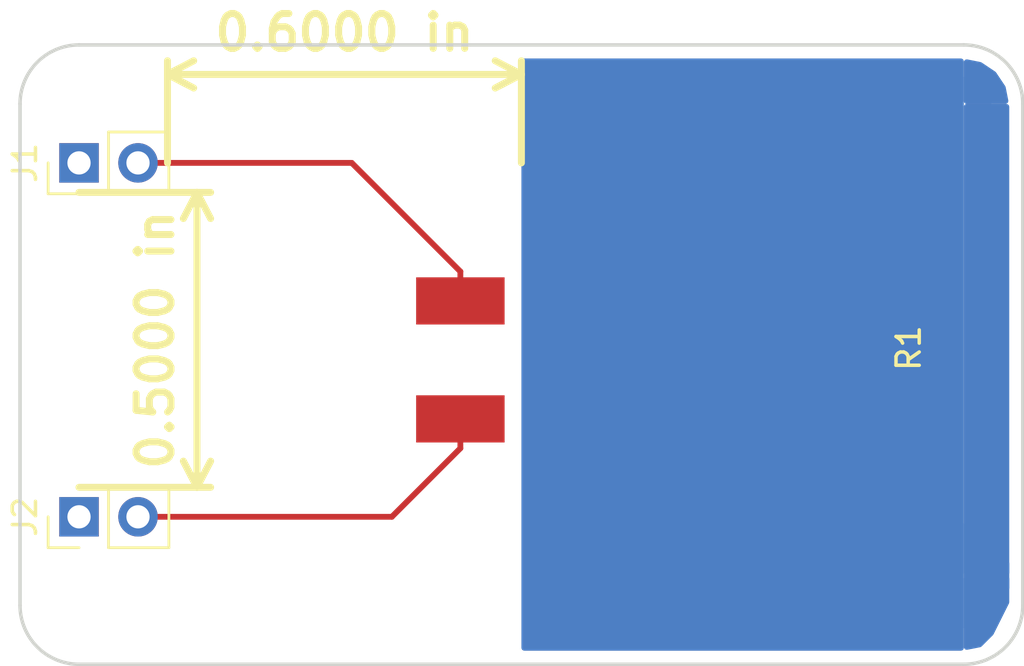
<source format=kicad_pcb>
(kicad_pcb (version 4) (host pcbnew 4.0.7-e2-6376~58~ubuntu16.04.1)

  (general
    (links 4)
    (no_connects 0)
    (area 119.304999 91.364999 162.635001 118.185001)
    (thickness 1.6)
    (drawings 10)
    (tracks 6)
    (zones 0)
    (modules 3)
    (nets 3)
  )

  (page A4)
  (layers
    (0 F.Cu signal)
    (31 B.Cu signal)
    (32 B.Adhes user)
    (33 F.Adhes user)
    (34 B.Paste user)
    (35 F.Paste user)
    (36 B.SilkS user)
    (37 F.SilkS user)
    (38 B.Mask user)
    (39 F.Mask user)
    (40 Dwgs.User user)
    (41 Cmts.User user)
    (42 Eco1.User user)
    (43 Eco2.User user)
    (44 Edge.Cuts user)
    (45 Margin user)
    (46 B.CrtYd user)
    (47 F.CrtYd user)
    (48 B.Fab user)
    (49 F.Fab user)
  )

  (setup
    (last_trace_width 0.25)
    (trace_clearance 0.2)
    (zone_clearance 0.508)
    (zone_45_only no)
    (trace_min 0.2)
    (segment_width 0.2)
    (edge_width 0.15)
    (via_size 0.6)
    (via_drill 0.4)
    (via_min_size 0.4)
    (via_min_drill 0.3)
    (uvia_size 0.3)
    (uvia_drill 0.1)
    (uvias_allowed no)
    (uvia_min_size 0.2)
    (uvia_min_drill 0.1)
    (pcb_text_width 0.3)
    (pcb_text_size 1.5 1.5)
    (mod_edge_width 0.15)
    (mod_text_size 1 1)
    (mod_text_width 0.15)
    (pad_size 1.524 1.524)
    (pad_drill 0.762)
    (pad_to_mask_clearance 0.2)
    (aux_axis_origin 0 0)
    (visible_elements FFFFFF7F)
    (pcbplotparams
      (layerselection 0x00030_80000001)
      (usegerberextensions false)
      (excludeedgelayer true)
      (linewidth 0.100000)
      (plotframeref false)
      (viasonmask false)
      (mode 1)
      (useauxorigin false)
      (hpglpennumber 1)
      (hpglpenspeed 20)
      (hpglpendiameter 15)
      (hpglpenoverlay 2)
      (psnegative false)
      (psa4output false)
      (plotreference true)
      (plotvalue true)
      (plotinvisibletext false)
      (padsonsilk false)
      (subtractmaskfromsilk false)
      (outputformat 1)
      (mirror false)
      (drillshape 1)
      (scaleselection 1)
      (outputdirectory ""))
  )

  (net 0 "")
  (net 1 "Net-(J1-Pad1)")
  (net 2 "Net-(J2-Pad1)")

  (net_class Default "This is the default net class."
    (clearance 0.2)
    (trace_width 0.25)
    (via_dia 0.6)
    (via_drill 0.4)
    (uvia_dia 0.3)
    (uvia_drill 0.1)
    (add_net "Net-(J1-Pad1)")
    (add_net "Net-(J2-Pad1)")
  )

  (module Pin_Headers:Pin_Header_Straight_1x02_Pitch2.54mm (layer F.Cu) (tedit 59650532) (tstamp 5A051D44)
    (at 121.92 96.52 90)
    (descr "Through hole straight pin header, 1x02, 2.54mm pitch, single row")
    (tags "Through hole pin header THT 1x02 2.54mm single row")
    (path /5A051E1A)
    (fp_text reference J1 (at 0 -2.33 90) (layer F.SilkS)
      (effects (font (size 1 1) (thickness 0.15)))
    )
    (fp_text value Conn_01x02 (at 2.54 1.27 360) (layer F.Fab)
      (effects (font (size 1 1) (thickness 0.15)))
    )
    (fp_line (start -0.635 -1.27) (end 1.27 -1.27) (layer F.Fab) (width 0.1))
    (fp_line (start 1.27 -1.27) (end 1.27 3.81) (layer F.Fab) (width 0.1))
    (fp_line (start 1.27 3.81) (end -1.27 3.81) (layer F.Fab) (width 0.1))
    (fp_line (start -1.27 3.81) (end -1.27 -0.635) (layer F.Fab) (width 0.1))
    (fp_line (start -1.27 -0.635) (end -0.635 -1.27) (layer F.Fab) (width 0.1))
    (fp_line (start -1.33 3.87) (end 1.33 3.87) (layer F.SilkS) (width 0.12))
    (fp_line (start -1.33 1.27) (end -1.33 3.87) (layer F.SilkS) (width 0.12))
    (fp_line (start 1.33 1.27) (end 1.33 3.87) (layer F.SilkS) (width 0.12))
    (fp_line (start -1.33 1.27) (end 1.33 1.27) (layer F.SilkS) (width 0.12))
    (fp_line (start -1.33 0) (end -1.33 -1.33) (layer F.SilkS) (width 0.12))
    (fp_line (start -1.33 -1.33) (end 0 -1.33) (layer F.SilkS) (width 0.12))
    (fp_line (start -1.8 -1.8) (end -1.8 4.35) (layer F.CrtYd) (width 0.05))
    (fp_line (start -1.8 4.35) (end 1.8 4.35) (layer F.CrtYd) (width 0.05))
    (fp_line (start 1.8 4.35) (end 1.8 -1.8) (layer F.CrtYd) (width 0.05))
    (fp_line (start 1.8 -1.8) (end -1.8 -1.8) (layer F.CrtYd) (width 0.05))
    (fp_text user %R (at 0 1.27 180) (layer F.Fab)
      (effects (font (size 1 1) (thickness 0.15)))
    )
    (pad 1 thru_hole rect (at 0 0 90) (size 1.7 1.7) (drill 1) (layers *.Cu *.Mask)
      (net 1 "Net-(J1-Pad1)"))
    (pad 2 thru_hole oval (at 0 2.54 90) (size 1.7 1.7) (drill 1) (layers *.Cu *.Mask)
      (net 1 "Net-(J1-Pad1)"))
    (model ${KISYS3DMOD}/Pin_Headers.3dshapes/Pin_Header_Straight_1x02_Pitch2.54mm.wrl
      (at (xyz 0 0 0))
      (scale (xyz 1 1 1))
      (rotate (xyz 0 0 0))
    )
  )

  (module Pin_Headers:Pin_Header_Straight_1x02_Pitch2.54mm (layer F.Cu) (tedit 59650532) (tstamp 5A051D4A)
    (at 121.92 111.76 90)
    (descr "Through hole straight pin header, 1x02, 2.54mm pitch, single row")
    (tags "Through hole pin header THT 1x02 2.54mm single row")
    (path /5A051E66)
    (fp_text reference J2 (at 0 -2.33 90) (layer F.SilkS)
      (effects (font (size 1 1) (thickness 0.15)))
    )
    (fp_text value Conn_01x02 (at -2.54 1.27 360) (layer F.Fab)
      (effects (font (size 1 1) (thickness 0.15)))
    )
    (fp_line (start -0.635 -1.27) (end 1.27 -1.27) (layer F.Fab) (width 0.1))
    (fp_line (start 1.27 -1.27) (end 1.27 3.81) (layer F.Fab) (width 0.1))
    (fp_line (start 1.27 3.81) (end -1.27 3.81) (layer F.Fab) (width 0.1))
    (fp_line (start -1.27 3.81) (end -1.27 -0.635) (layer F.Fab) (width 0.1))
    (fp_line (start -1.27 -0.635) (end -0.635 -1.27) (layer F.Fab) (width 0.1))
    (fp_line (start -1.33 3.87) (end 1.33 3.87) (layer F.SilkS) (width 0.12))
    (fp_line (start -1.33 1.27) (end -1.33 3.87) (layer F.SilkS) (width 0.12))
    (fp_line (start 1.33 1.27) (end 1.33 3.87) (layer F.SilkS) (width 0.12))
    (fp_line (start -1.33 1.27) (end 1.33 1.27) (layer F.SilkS) (width 0.12))
    (fp_line (start -1.33 0) (end -1.33 -1.33) (layer F.SilkS) (width 0.12))
    (fp_line (start -1.33 -1.33) (end 0 -1.33) (layer F.SilkS) (width 0.12))
    (fp_line (start -1.8 -1.8) (end -1.8 4.35) (layer F.CrtYd) (width 0.05))
    (fp_line (start -1.8 4.35) (end 1.8 4.35) (layer F.CrtYd) (width 0.05))
    (fp_line (start 1.8 4.35) (end 1.8 -1.8) (layer F.CrtYd) (width 0.05))
    (fp_line (start 1.8 -1.8) (end -1.8 -1.8) (layer F.CrtYd) (width 0.05))
    (fp_text user %R (at 0 1.27 180) (layer F.Fab)
      (effects (font (size 1 1) (thickness 0.15)))
    )
    (pad 1 thru_hole rect (at 0 0 90) (size 1.7 1.7) (drill 1) (layers *.Cu *.Mask)
      (net 2 "Net-(J2-Pad1)"))
    (pad 2 thru_hole oval (at 0 2.54 90) (size 1.7 1.7) (drill 1) (layers *.Cu *.Mask)
      (net 2 "Net-(J2-Pad1)"))
    (model ${KISYS3DMOD}/Pin_Headers.3dshapes/Pin_Header_Straight_1x02_Pitch2.54mm.wrl
      (at (xyz 0 0 0))
      (scale (xyz 1 1 1))
      (rotate (xyz 0 0 0))
    )
  )

  (module footprints:TO-263-2-Heatsink (layer F.Cu) (tedit 5A051838) (tstamp 5A051D53)
    (at 148.5011 105.0036)
    (descr "TO-263 / D2PAK / DDPAK SMD package, http://www.infineon.com/cms/en/product/packages/PG-TO263/PG-TO263-3-1/")
    (tags "D2PAK DDPAK TO-263 D2PAK-3 TO-263-3 SOT-404")
    (path /5A051CF5)
    (attr smd)
    (fp_text reference R1 (at 9.144 -0.508 90) (layer F.SilkS)
      (effects (font (size 1 1) (thickness 0.15)))
    )
    (fp_text value PFS35-5KF1 (at 0 11.43) (layer F.Fab)
      (effects (font (size 1 1) (thickness 0.15)))
    )
    (fp_line (start -8.32 -5.65) (end -8.32 5.65) (layer F.CrtYd) (width 0.05))
    (fp_line (start -8.32 5.65) (end 8.32 5.65) (layer F.CrtYd) (width 0.05))
    (fp_line (start 8.32 5.65) (end 8.32 -5.65) (layer F.CrtYd) (width 0.05))
    (fp_line (start 8.32 -5.65) (end -8.32 -5.65) (layer F.CrtYd) (width 0.05))
    (pad "" smd rect (at 0 -9.398) (size 13.716 0.762) (layers F.Cu F.Mask))
    (pad 1 smd rect (at -10.16 -2.54) (size 3.81 2.032) (layers F.Cu F.Paste F.Mask)
      (net 1 "Net-(J1-Pad1)"))
    (pad 2 smd rect (at -10.16 2.54) (size 3.81 2.032) (layers F.Cu F.Paste F.Mask)
      (net 2 "Net-(J2-Pad1)"))
    (pad "" smd rect (at 0 0) (size 13.716 15.748) (layers F.Cu F.Paste F.Mask))
    (pad "" smd rect (at 0 9.398) (size 13.716 0.762) (layers F.Cu F.Mask))
    (model ${KISYS3DMOD}/TO_SOT_Packages_SMD.3dshapes/TO-263-2.wrl
      (at (xyz 0 0 0))
      (scale (xyz 1 1 1))
      (rotate (xyz 0 0 0))
    )
  )

  (dimension 15.24 (width 0.3) (layer F.SilkS)
    (gr_text "15.240 mm" (at 133.35 91.36) (layer F.SilkS)
      (effects (font (size 1.5 1.5) (thickness 0.3)))
    )
    (feature1 (pts (xy 140.97 96.52) (xy 140.97 90.01)))
    (feature2 (pts (xy 125.73 96.52) (xy 125.73 90.01)))
    (crossbar (pts (xy 125.73 92.71) (xy 140.97 92.71)))
    (arrow1a (pts (xy 140.97 92.71) (xy 139.843496 93.296421)))
    (arrow1b (pts (xy 140.97 92.71) (xy 139.843496 92.123579)))
    (arrow2a (pts (xy 125.73 92.71) (xy 126.856504 93.296421)))
    (arrow2b (pts (xy 125.73 92.71) (xy 126.856504 92.123579)))
  )
  (dimension 12.7 (width 0.3) (layer F.SilkS)
    (gr_text "12.700 mm" (at 128.35 104.14 270) (layer F.SilkS)
      (effects (font (size 1.5 1.5) (thickness 0.3)))
    )
    (feature1 (pts (xy 121.92 110.49) (xy 129.7 110.49)))
    (feature2 (pts (xy 121.92 97.79) (xy 129.7 97.79)))
    (crossbar (pts (xy 127 97.79) (xy 127 110.49)))
    (arrow1a (pts (xy 127 110.49) (xy 126.413579 109.363496)))
    (arrow1b (pts (xy 127 110.49) (xy 127.586421 109.363496)))
    (arrow2a (pts (xy 127 97.79) (xy 126.413579 98.916504)))
    (arrow2b (pts (xy 127 97.79) (xy 127.586421 98.916504)))
  )
  (gr_line (start 121.92 118.11) (end 160.02 118.11) (angle 90) (layer Edge.Cuts) (width 0.15))
  (gr_line (start 119.38 93.98) (end 119.38 115.57) (angle 90) (layer Edge.Cuts) (width 0.15))
  (gr_line (start 162.56 93.98) (end 162.56 115.57) (angle 90) (layer Edge.Cuts) (width 0.15))
  (gr_line (start 121.92 91.44) (end 160.02 91.44) (angle 90) (layer Edge.Cuts) (width 0.15))
  (gr_arc (start 160.02 115.57) (end 162.56 115.57) (angle 90) (layer Edge.Cuts) (width 0.15))
  (gr_arc (start 160.02 93.98) (end 160.02 91.44) (angle 90) (layer Edge.Cuts) (width 0.15))
  (gr_arc (start 121.92 115.57) (end 121.92 118.11) (angle 90) (layer Edge.Cuts) (width 0.15))
  (gr_arc (start 121.92 93.98) (end 119.38 93.98) (angle 90) (layer Edge.Cuts) (width 0.15))

  (segment (start 124.46 96.52) (end 133.6635 96.52) (width 0.25) (layer F.Cu) (net 1))
  (segment (start 133.6635 96.52) (end 138.3411 101.1976) (width 0.25) (layer F.Cu) (net 1))
  (segment (start 138.3411 101.1976) (end 138.3411 102.4636) (width 0.25) (layer F.Cu) (net 1))
  (segment (start 124.46 111.76) (end 135.3907 111.76) (width 0.25) (layer F.Cu) (net 2))
  (segment (start 135.3907 111.76) (end 138.3411 108.8096) (width 0.25) (layer F.Cu) (net 2))
  (segment (start 138.3411 108.8096) (end 138.3411 107.5436) (width 0.25) (layer F.Cu) (net 2))

  (zone (net 0) (net_name "") (layer B.Cu) (tstamp 0) (hatch edge 0.508)
    (connect_pads (clearance 0.508))
    (min_thickness 0.254)
    (fill yes (arc_segments 16) (thermal_gap 0.508) (thermal_bridge_width 0.508))
    (polygon
      (pts
        (xy 140.97 91.44) (xy 140.97 118.11) (xy 160.02 118.11) (xy 160.02 91.44)
      )
    )
    (filled_polygon
      (pts
        (xy 159.893 117.4) (xy 141.097 117.4) (xy 141.097 92.15) (xy 159.893 92.15)
      )
    )
  )
  (zone (net 0) (net_name "") (layer B.Cu) (tstamp 0) (hatch edge 0.508)
    (connect_pads (clearance 0.508))
    (min_thickness 0.254)
    (fill yes (arc_segments 16) (thermal_gap 0.508) (thermal_bridge_width 0.508))
    (polygon
      (pts
        (xy 160.02 93.98) (xy 162.56 93.98) (xy 162.56 114.3) (xy 160.02 114.3)
      )
    )
    (filled_polygon
      (pts
        (xy 161.85 114.173) (xy 160.147 114.173) (xy 160.147 94.107) (xy 161.85 94.107)
      )
    )
  )
  (zone (net 0) (net_name "") (layer B.Cu) (tstamp 0) (hatch edge 0.508)
    (connect_pads (clearance 0.508))
    (min_thickness 0.254)
    (fill yes (arc_segments 16) (thermal_gap 0.508) (thermal_bridge_width 0.508))
    (polygon
      (pts
        (xy 160.02 92.71) (xy 161.29 92.71) (xy 161.29 93.98) (xy 160.02 93.98)
      )
    )
    (filled_polygon
      (pts
        (xy 161.163 93.853) (xy 160.147 93.853) (xy 160.147 92.837) (xy 161.163 92.837)
      )
    )
  )
  (zone (net 0) (net_name "") (layer B.Cu) (tstamp 0) (hatch edge 0.508)
    (connect_pads (clearance 0.508))
    (min_thickness 0.254)
    (fill yes (arc_segments 16) (thermal_gap 0.508) (thermal_bridge_width 0.508))
    (polygon
      (pts
        (xy 160.02 116.84) (xy 162.56 114.3) (xy 160.02 114.3)
      )
    )
    (filled_polygon
      (pts
        (xy 161.85 114.830394) (xy 160.147 116.533394) (xy 160.147 114.427) (xy 161.85 114.427)
      )
    )
  )
  (zone (net 0) (net_name "") (layer B.Cu) (tstamp 0) (hatch edge 0.508)
    (connect_pads (clearance 0.508))
    (min_thickness 0.254)
    (fill yes (arc_segments 16) (thermal_gap 0.508) (thermal_bridge_width 0.508))
    (polygon
      (pts
        (xy 160.02 118.11) (xy 161.29 116.84) (xy 162.56 114.3) (xy 160.02 111.76)
      )
    )
    (filled_polygon
      (pts
        (xy 161.85 113.769606) (xy 161.85 115.436019) (xy 161.185626 116.764768) (xy 160.699456 117.250938) (xy 160.147 117.360828)
        (xy 160.147 112.066606)
      )
    )
  )
  (zone (net 0) (net_name "") (layer B.Cu) (tstamp 0) (hatch edge 0.508)
    (connect_pads (clearance 0.508))
    (min_thickness 0.254)
    (fill yes (arc_segments 16) (thermal_gap 0.508) (thermal_bridge_width 0.508))
    (polygon
      (pts
        (xy 160.02 93.98) (xy 160.02 91.44) (xy 162.56 92.71) (xy 162.56 93.98)
      )
    )
    (filled_polygon
      (pts
        (xy 160.714989 92.302152) (xy 161.30417 92.69583) (xy 161.697848 93.285011) (xy 161.810828 93.853) (xy 160.147 93.853)
        (xy 160.147 92.189172)
      )
    )
  )
)

</source>
